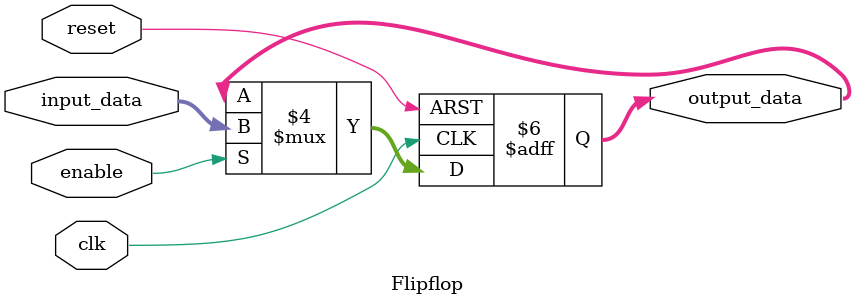
<source format=v>
module Flipflop
#(
	parameter Nbit=12
)
(
	input [Nbit-1:0] input_data,
	input clk,
	input enable,
	input reset,
	output reg[Nbit-1:0] output_data/*,
	output stored_flag*/
);
//reg stored_reg;
always @(posedge clk or negedge reset) begin
	if(reset==1'b0) begin
		output_data <={Nbit{1'b0}};		
		//stored_reg <=1'b0;
	end
	else begin
		
		if(enable==1'b1)begin
			output_data <=input_data;
			//stored_reg <=1'b1;
		end

	end
end

//assign stored_flag = stored_reg;
endmodule
</source>
